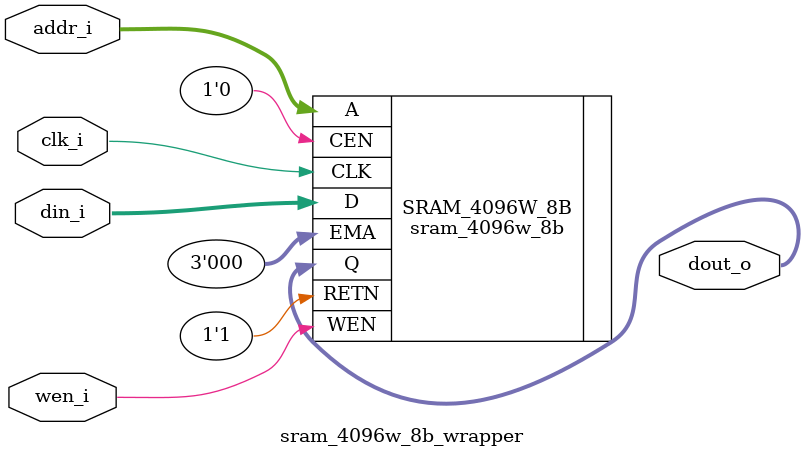
<source format=sv>


module sram_4096w_8b_wrapper (
    input logic clk_i,
    input logic wen_i,
    input logic [9:0] addr_i,
    input logic [7:0] din_i,
    output logic [7:0] dout_o
);
    sram_4096w_8b SRAM_4096W_8B (
		.CLK 			(clk_i),
		.CEN			(1'b0),
		.WEN			(wen_i),
		.A 				(addr_i), // 12-bit address
		.D 				(din_i),
		.EMA			(3'b000),
		.RETN			(1'b1),
		// outputs
		.Q 				(dout_o)
	);
endmodule
</source>
